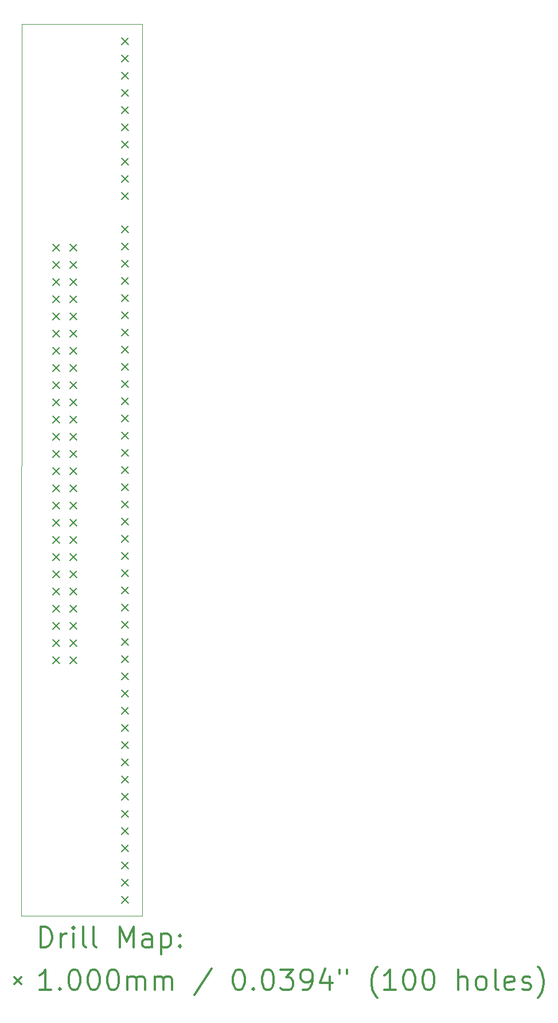
<source format=gbr>
%FSLAX45Y45*%
G04 Gerber Fmt 4.5, Leading zero omitted, Abs format (unit mm)*
G04 Created by KiCad (PCBNEW (5.1.10-1-10_14)) date 2021-11-01 16:25:49*
%MOMM*%
%LPD*%
G01*
G04 APERTURE LIST*
%TA.AperFunction,Profile*%
%ADD10C,0.050000*%
%TD*%
%ADD11C,0.200000*%
%ADD12C,0.300000*%
G04 APERTURE END LIST*
D10*
X10414000Y-15199360D02*
X10414000Y-2032000D01*
X8628380Y-15199360D02*
X10414000Y-15199360D01*
X8636000Y-2032000D02*
X8628380Y-15199360D01*
X10414000Y-2032000D02*
X8636000Y-2032000D01*
D11*
X9094000Y-5284000D02*
X9194000Y-5384000D01*
X9194000Y-5284000D02*
X9094000Y-5384000D01*
X9094000Y-5538000D02*
X9194000Y-5638000D01*
X9194000Y-5538000D02*
X9094000Y-5638000D01*
X9094000Y-5792000D02*
X9194000Y-5892000D01*
X9194000Y-5792000D02*
X9094000Y-5892000D01*
X9094000Y-6046000D02*
X9194000Y-6146000D01*
X9194000Y-6046000D02*
X9094000Y-6146000D01*
X9094000Y-6300000D02*
X9194000Y-6400000D01*
X9194000Y-6300000D02*
X9094000Y-6400000D01*
X9094000Y-6554000D02*
X9194000Y-6654000D01*
X9194000Y-6554000D02*
X9094000Y-6654000D01*
X9094000Y-6808000D02*
X9194000Y-6908000D01*
X9194000Y-6808000D02*
X9094000Y-6908000D01*
X9094000Y-7062000D02*
X9194000Y-7162000D01*
X9194000Y-7062000D02*
X9094000Y-7162000D01*
X9094000Y-7316000D02*
X9194000Y-7416000D01*
X9194000Y-7316000D02*
X9094000Y-7416000D01*
X9094000Y-7570000D02*
X9194000Y-7670000D01*
X9194000Y-7570000D02*
X9094000Y-7670000D01*
X9094000Y-7824000D02*
X9194000Y-7924000D01*
X9194000Y-7824000D02*
X9094000Y-7924000D01*
X9094000Y-8078000D02*
X9194000Y-8178000D01*
X9194000Y-8078000D02*
X9094000Y-8178000D01*
X9094000Y-8332000D02*
X9194000Y-8432000D01*
X9194000Y-8332000D02*
X9094000Y-8432000D01*
X9094000Y-8586000D02*
X9194000Y-8686000D01*
X9194000Y-8586000D02*
X9094000Y-8686000D01*
X9094000Y-8840000D02*
X9194000Y-8940000D01*
X9194000Y-8840000D02*
X9094000Y-8940000D01*
X9094000Y-9094000D02*
X9194000Y-9194000D01*
X9194000Y-9094000D02*
X9094000Y-9194000D01*
X9094000Y-9348000D02*
X9194000Y-9448000D01*
X9194000Y-9348000D02*
X9094000Y-9448000D01*
X9094000Y-9602000D02*
X9194000Y-9702000D01*
X9194000Y-9602000D02*
X9094000Y-9702000D01*
X9094000Y-9856000D02*
X9194000Y-9956000D01*
X9194000Y-9856000D02*
X9094000Y-9956000D01*
X9094000Y-10110000D02*
X9194000Y-10210000D01*
X9194000Y-10110000D02*
X9094000Y-10210000D01*
X9094000Y-10364000D02*
X9194000Y-10464000D01*
X9194000Y-10364000D02*
X9094000Y-10464000D01*
X9094000Y-10618000D02*
X9194000Y-10718000D01*
X9194000Y-10618000D02*
X9094000Y-10718000D01*
X9094000Y-10872000D02*
X9194000Y-10972000D01*
X9194000Y-10872000D02*
X9094000Y-10972000D01*
X9094000Y-11126000D02*
X9194000Y-11226000D01*
X9194000Y-11126000D02*
X9094000Y-11226000D01*
X9094000Y-11380000D02*
X9194000Y-11480000D01*
X9194000Y-11380000D02*
X9094000Y-11480000D01*
X9348000Y-5284000D02*
X9448000Y-5384000D01*
X9448000Y-5284000D02*
X9348000Y-5384000D01*
X9348000Y-5538000D02*
X9448000Y-5638000D01*
X9448000Y-5538000D02*
X9348000Y-5638000D01*
X9348000Y-5792000D02*
X9448000Y-5892000D01*
X9448000Y-5792000D02*
X9348000Y-5892000D01*
X9348000Y-6046000D02*
X9448000Y-6146000D01*
X9448000Y-6046000D02*
X9348000Y-6146000D01*
X9348000Y-6300000D02*
X9448000Y-6400000D01*
X9448000Y-6300000D02*
X9348000Y-6400000D01*
X9348000Y-6554000D02*
X9448000Y-6654000D01*
X9448000Y-6554000D02*
X9348000Y-6654000D01*
X9348000Y-6808000D02*
X9448000Y-6908000D01*
X9448000Y-6808000D02*
X9348000Y-6908000D01*
X9348000Y-7062000D02*
X9448000Y-7162000D01*
X9448000Y-7062000D02*
X9348000Y-7162000D01*
X9348000Y-7316000D02*
X9448000Y-7416000D01*
X9448000Y-7316000D02*
X9348000Y-7416000D01*
X9348000Y-7570000D02*
X9448000Y-7670000D01*
X9448000Y-7570000D02*
X9348000Y-7670000D01*
X9348000Y-7824000D02*
X9448000Y-7924000D01*
X9448000Y-7824000D02*
X9348000Y-7924000D01*
X9348000Y-8078000D02*
X9448000Y-8178000D01*
X9448000Y-8078000D02*
X9348000Y-8178000D01*
X9348000Y-8332000D02*
X9448000Y-8432000D01*
X9448000Y-8332000D02*
X9348000Y-8432000D01*
X9348000Y-8586000D02*
X9448000Y-8686000D01*
X9448000Y-8586000D02*
X9348000Y-8686000D01*
X9348000Y-8840000D02*
X9448000Y-8940000D01*
X9448000Y-8840000D02*
X9348000Y-8940000D01*
X9348000Y-9094000D02*
X9448000Y-9194000D01*
X9448000Y-9094000D02*
X9348000Y-9194000D01*
X9348000Y-9348000D02*
X9448000Y-9448000D01*
X9448000Y-9348000D02*
X9348000Y-9448000D01*
X9348000Y-9602000D02*
X9448000Y-9702000D01*
X9448000Y-9602000D02*
X9348000Y-9702000D01*
X9348000Y-9856000D02*
X9448000Y-9956000D01*
X9448000Y-9856000D02*
X9348000Y-9956000D01*
X9348000Y-10110000D02*
X9448000Y-10210000D01*
X9448000Y-10110000D02*
X9348000Y-10210000D01*
X9348000Y-10364000D02*
X9448000Y-10464000D01*
X9448000Y-10364000D02*
X9348000Y-10464000D01*
X9348000Y-10618000D02*
X9448000Y-10718000D01*
X9448000Y-10618000D02*
X9348000Y-10718000D01*
X9348000Y-10872000D02*
X9448000Y-10972000D01*
X9448000Y-10872000D02*
X9348000Y-10972000D01*
X9348000Y-11126000D02*
X9448000Y-11226000D01*
X9448000Y-11126000D02*
X9348000Y-11226000D01*
X9348000Y-11380000D02*
X9448000Y-11480000D01*
X9448000Y-11380000D02*
X9348000Y-11480000D01*
X10110000Y-2236000D02*
X10210000Y-2336000D01*
X10210000Y-2236000D02*
X10110000Y-2336000D01*
X10110000Y-2490000D02*
X10210000Y-2590000D01*
X10210000Y-2490000D02*
X10110000Y-2590000D01*
X10110000Y-2744000D02*
X10210000Y-2844000D01*
X10210000Y-2744000D02*
X10110000Y-2844000D01*
X10110000Y-2998000D02*
X10210000Y-3098000D01*
X10210000Y-2998000D02*
X10110000Y-3098000D01*
X10110000Y-3252000D02*
X10210000Y-3352000D01*
X10210000Y-3252000D02*
X10110000Y-3352000D01*
X10110000Y-3506000D02*
X10210000Y-3606000D01*
X10210000Y-3506000D02*
X10110000Y-3606000D01*
X10110000Y-3760000D02*
X10210000Y-3860000D01*
X10210000Y-3760000D02*
X10110000Y-3860000D01*
X10110000Y-4014000D02*
X10210000Y-4114000D01*
X10210000Y-4014000D02*
X10110000Y-4114000D01*
X10110000Y-4268000D02*
X10210000Y-4368000D01*
X10210000Y-4268000D02*
X10110000Y-4368000D01*
X10110000Y-4522000D02*
X10210000Y-4622000D01*
X10210000Y-4522000D02*
X10110000Y-4622000D01*
X10110000Y-5007600D02*
X10210000Y-5107600D01*
X10210000Y-5007600D02*
X10110000Y-5107600D01*
X10110000Y-5261600D02*
X10210000Y-5361600D01*
X10210000Y-5261600D02*
X10110000Y-5361600D01*
X10110000Y-5515600D02*
X10210000Y-5615600D01*
X10210000Y-5515600D02*
X10110000Y-5615600D01*
X10110000Y-5769600D02*
X10210000Y-5869600D01*
X10210000Y-5769600D02*
X10110000Y-5869600D01*
X10110000Y-6023600D02*
X10210000Y-6123600D01*
X10210000Y-6023600D02*
X10110000Y-6123600D01*
X10110000Y-6277600D02*
X10210000Y-6377600D01*
X10210000Y-6277600D02*
X10110000Y-6377600D01*
X10110000Y-6531600D02*
X10210000Y-6631600D01*
X10210000Y-6531600D02*
X10110000Y-6631600D01*
X10110000Y-6785600D02*
X10210000Y-6885600D01*
X10210000Y-6785600D02*
X10110000Y-6885600D01*
X10110000Y-7039600D02*
X10210000Y-7139600D01*
X10210000Y-7039600D02*
X10110000Y-7139600D01*
X10110000Y-7293600D02*
X10210000Y-7393600D01*
X10210000Y-7293600D02*
X10110000Y-7393600D01*
X10110000Y-7547600D02*
X10210000Y-7647600D01*
X10210000Y-7547600D02*
X10110000Y-7647600D01*
X10110000Y-7801600D02*
X10210000Y-7901600D01*
X10210000Y-7801600D02*
X10110000Y-7901600D01*
X10110000Y-8055600D02*
X10210000Y-8155600D01*
X10210000Y-8055600D02*
X10110000Y-8155600D01*
X10110000Y-8309600D02*
X10210000Y-8409600D01*
X10210000Y-8309600D02*
X10110000Y-8409600D01*
X10110000Y-8563600D02*
X10210000Y-8663600D01*
X10210000Y-8563600D02*
X10110000Y-8663600D01*
X10110000Y-8817600D02*
X10210000Y-8917600D01*
X10210000Y-8817600D02*
X10110000Y-8917600D01*
X10110000Y-9071600D02*
X10210000Y-9171600D01*
X10210000Y-9071600D02*
X10110000Y-9171600D01*
X10110000Y-9325600D02*
X10210000Y-9425600D01*
X10210000Y-9325600D02*
X10110000Y-9425600D01*
X10110000Y-9579600D02*
X10210000Y-9679600D01*
X10210000Y-9579600D02*
X10110000Y-9679600D01*
X10110000Y-9833600D02*
X10210000Y-9933600D01*
X10210000Y-9833600D02*
X10110000Y-9933600D01*
X10110000Y-10087600D02*
X10210000Y-10187600D01*
X10210000Y-10087600D02*
X10110000Y-10187600D01*
X10110000Y-10341600D02*
X10210000Y-10441600D01*
X10210000Y-10341600D02*
X10110000Y-10441600D01*
X10110000Y-10595600D02*
X10210000Y-10695600D01*
X10210000Y-10595600D02*
X10110000Y-10695600D01*
X10110000Y-10849600D02*
X10210000Y-10949600D01*
X10210000Y-10849600D02*
X10110000Y-10949600D01*
X10110000Y-11103600D02*
X10210000Y-11203600D01*
X10210000Y-11103600D02*
X10110000Y-11203600D01*
X10110000Y-11357600D02*
X10210000Y-11457600D01*
X10210000Y-11357600D02*
X10110000Y-11457600D01*
X10110000Y-11611600D02*
X10210000Y-11711600D01*
X10210000Y-11611600D02*
X10110000Y-11711600D01*
X10110000Y-11865600D02*
X10210000Y-11965600D01*
X10210000Y-11865600D02*
X10110000Y-11965600D01*
X10110000Y-12119600D02*
X10210000Y-12219600D01*
X10210000Y-12119600D02*
X10110000Y-12219600D01*
X10110000Y-12373600D02*
X10210000Y-12473600D01*
X10210000Y-12373600D02*
X10110000Y-12473600D01*
X10110000Y-12627600D02*
X10210000Y-12727600D01*
X10210000Y-12627600D02*
X10110000Y-12727600D01*
X10110000Y-12881600D02*
X10210000Y-12981600D01*
X10210000Y-12881600D02*
X10110000Y-12981600D01*
X10110000Y-13135600D02*
X10210000Y-13235600D01*
X10210000Y-13135600D02*
X10110000Y-13235600D01*
X10110000Y-13389600D02*
X10210000Y-13489600D01*
X10210000Y-13389600D02*
X10110000Y-13489600D01*
X10110000Y-13643600D02*
X10210000Y-13743600D01*
X10210000Y-13643600D02*
X10110000Y-13743600D01*
X10110000Y-13897600D02*
X10210000Y-13997600D01*
X10210000Y-13897600D02*
X10110000Y-13997600D01*
X10110000Y-14151600D02*
X10210000Y-14251600D01*
X10210000Y-14151600D02*
X10110000Y-14251600D01*
X10110000Y-14405600D02*
X10210000Y-14505600D01*
X10210000Y-14405600D02*
X10110000Y-14505600D01*
X10110000Y-14659600D02*
X10210000Y-14759600D01*
X10210000Y-14659600D02*
X10110000Y-14759600D01*
X10110000Y-14913600D02*
X10210000Y-15013600D01*
X10210000Y-14913600D02*
X10110000Y-15013600D01*
D12*
X8912308Y-15667574D02*
X8912308Y-15367574D01*
X8983737Y-15367574D01*
X9026594Y-15381860D01*
X9055166Y-15410431D01*
X9069451Y-15439003D01*
X9083737Y-15496146D01*
X9083737Y-15539003D01*
X9069451Y-15596146D01*
X9055166Y-15624717D01*
X9026594Y-15653289D01*
X8983737Y-15667574D01*
X8912308Y-15667574D01*
X9212308Y-15667574D02*
X9212308Y-15467574D01*
X9212308Y-15524717D02*
X9226594Y-15496146D01*
X9240880Y-15481860D01*
X9269451Y-15467574D01*
X9298023Y-15467574D01*
X9398023Y-15667574D02*
X9398023Y-15467574D01*
X9398023Y-15367574D02*
X9383737Y-15381860D01*
X9398023Y-15396146D01*
X9412308Y-15381860D01*
X9398023Y-15367574D01*
X9398023Y-15396146D01*
X9583737Y-15667574D02*
X9555166Y-15653289D01*
X9540880Y-15624717D01*
X9540880Y-15367574D01*
X9740880Y-15667574D02*
X9712308Y-15653289D01*
X9698023Y-15624717D01*
X9698023Y-15367574D01*
X10083737Y-15667574D02*
X10083737Y-15367574D01*
X10183737Y-15581860D01*
X10283737Y-15367574D01*
X10283737Y-15667574D01*
X10555166Y-15667574D02*
X10555166Y-15510431D01*
X10540880Y-15481860D01*
X10512308Y-15467574D01*
X10455166Y-15467574D01*
X10426594Y-15481860D01*
X10555166Y-15653289D02*
X10526594Y-15667574D01*
X10455166Y-15667574D01*
X10426594Y-15653289D01*
X10412308Y-15624717D01*
X10412308Y-15596146D01*
X10426594Y-15567574D01*
X10455166Y-15553289D01*
X10526594Y-15553289D01*
X10555166Y-15539003D01*
X10698023Y-15467574D02*
X10698023Y-15767574D01*
X10698023Y-15481860D02*
X10726594Y-15467574D01*
X10783737Y-15467574D01*
X10812308Y-15481860D01*
X10826594Y-15496146D01*
X10840880Y-15524717D01*
X10840880Y-15610431D01*
X10826594Y-15639003D01*
X10812308Y-15653289D01*
X10783737Y-15667574D01*
X10726594Y-15667574D01*
X10698023Y-15653289D01*
X10969451Y-15639003D02*
X10983737Y-15653289D01*
X10969451Y-15667574D01*
X10955166Y-15653289D01*
X10969451Y-15639003D01*
X10969451Y-15667574D01*
X10969451Y-15481860D02*
X10983737Y-15496146D01*
X10969451Y-15510431D01*
X10955166Y-15496146D01*
X10969451Y-15481860D01*
X10969451Y-15510431D01*
X8525880Y-16111860D02*
X8625880Y-16211860D01*
X8625880Y-16111860D02*
X8525880Y-16211860D01*
X9069451Y-16297574D02*
X8898023Y-16297574D01*
X8983737Y-16297574D02*
X8983737Y-15997574D01*
X8955166Y-16040431D01*
X8926594Y-16069003D01*
X8898023Y-16083289D01*
X9198023Y-16269003D02*
X9212308Y-16283289D01*
X9198023Y-16297574D01*
X9183737Y-16283289D01*
X9198023Y-16269003D01*
X9198023Y-16297574D01*
X9398023Y-15997574D02*
X9426594Y-15997574D01*
X9455166Y-16011860D01*
X9469451Y-16026146D01*
X9483737Y-16054717D01*
X9498023Y-16111860D01*
X9498023Y-16183289D01*
X9483737Y-16240431D01*
X9469451Y-16269003D01*
X9455166Y-16283289D01*
X9426594Y-16297574D01*
X9398023Y-16297574D01*
X9369451Y-16283289D01*
X9355166Y-16269003D01*
X9340880Y-16240431D01*
X9326594Y-16183289D01*
X9326594Y-16111860D01*
X9340880Y-16054717D01*
X9355166Y-16026146D01*
X9369451Y-16011860D01*
X9398023Y-15997574D01*
X9683737Y-15997574D02*
X9712308Y-15997574D01*
X9740880Y-16011860D01*
X9755166Y-16026146D01*
X9769451Y-16054717D01*
X9783737Y-16111860D01*
X9783737Y-16183289D01*
X9769451Y-16240431D01*
X9755166Y-16269003D01*
X9740880Y-16283289D01*
X9712308Y-16297574D01*
X9683737Y-16297574D01*
X9655166Y-16283289D01*
X9640880Y-16269003D01*
X9626594Y-16240431D01*
X9612308Y-16183289D01*
X9612308Y-16111860D01*
X9626594Y-16054717D01*
X9640880Y-16026146D01*
X9655166Y-16011860D01*
X9683737Y-15997574D01*
X9969451Y-15997574D02*
X9998023Y-15997574D01*
X10026594Y-16011860D01*
X10040880Y-16026146D01*
X10055166Y-16054717D01*
X10069451Y-16111860D01*
X10069451Y-16183289D01*
X10055166Y-16240431D01*
X10040880Y-16269003D01*
X10026594Y-16283289D01*
X9998023Y-16297574D01*
X9969451Y-16297574D01*
X9940880Y-16283289D01*
X9926594Y-16269003D01*
X9912308Y-16240431D01*
X9898023Y-16183289D01*
X9898023Y-16111860D01*
X9912308Y-16054717D01*
X9926594Y-16026146D01*
X9940880Y-16011860D01*
X9969451Y-15997574D01*
X10198023Y-16297574D02*
X10198023Y-16097574D01*
X10198023Y-16126146D02*
X10212308Y-16111860D01*
X10240880Y-16097574D01*
X10283737Y-16097574D01*
X10312308Y-16111860D01*
X10326594Y-16140431D01*
X10326594Y-16297574D01*
X10326594Y-16140431D02*
X10340880Y-16111860D01*
X10369451Y-16097574D01*
X10412308Y-16097574D01*
X10440880Y-16111860D01*
X10455166Y-16140431D01*
X10455166Y-16297574D01*
X10598023Y-16297574D02*
X10598023Y-16097574D01*
X10598023Y-16126146D02*
X10612308Y-16111860D01*
X10640880Y-16097574D01*
X10683737Y-16097574D01*
X10712308Y-16111860D01*
X10726594Y-16140431D01*
X10726594Y-16297574D01*
X10726594Y-16140431D02*
X10740880Y-16111860D01*
X10769451Y-16097574D01*
X10812308Y-16097574D01*
X10840880Y-16111860D01*
X10855166Y-16140431D01*
X10855166Y-16297574D01*
X11440880Y-15983289D02*
X11183737Y-16369003D01*
X11826594Y-15997574D02*
X11855166Y-15997574D01*
X11883737Y-16011860D01*
X11898023Y-16026146D01*
X11912308Y-16054717D01*
X11926594Y-16111860D01*
X11926594Y-16183289D01*
X11912308Y-16240431D01*
X11898023Y-16269003D01*
X11883737Y-16283289D01*
X11855166Y-16297574D01*
X11826594Y-16297574D01*
X11798023Y-16283289D01*
X11783737Y-16269003D01*
X11769451Y-16240431D01*
X11755166Y-16183289D01*
X11755166Y-16111860D01*
X11769451Y-16054717D01*
X11783737Y-16026146D01*
X11798023Y-16011860D01*
X11826594Y-15997574D01*
X12055166Y-16269003D02*
X12069451Y-16283289D01*
X12055166Y-16297574D01*
X12040880Y-16283289D01*
X12055166Y-16269003D01*
X12055166Y-16297574D01*
X12255166Y-15997574D02*
X12283737Y-15997574D01*
X12312308Y-16011860D01*
X12326594Y-16026146D01*
X12340880Y-16054717D01*
X12355166Y-16111860D01*
X12355166Y-16183289D01*
X12340880Y-16240431D01*
X12326594Y-16269003D01*
X12312308Y-16283289D01*
X12283737Y-16297574D01*
X12255166Y-16297574D01*
X12226594Y-16283289D01*
X12212308Y-16269003D01*
X12198023Y-16240431D01*
X12183737Y-16183289D01*
X12183737Y-16111860D01*
X12198023Y-16054717D01*
X12212308Y-16026146D01*
X12226594Y-16011860D01*
X12255166Y-15997574D01*
X12455166Y-15997574D02*
X12640880Y-15997574D01*
X12540880Y-16111860D01*
X12583737Y-16111860D01*
X12612308Y-16126146D01*
X12626594Y-16140431D01*
X12640880Y-16169003D01*
X12640880Y-16240431D01*
X12626594Y-16269003D01*
X12612308Y-16283289D01*
X12583737Y-16297574D01*
X12498023Y-16297574D01*
X12469451Y-16283289D01*
X12455166Y-16269003D01*
X12783737Y-16297574D02*
X12840880Y-16297574D01*
X12869451Y-16283289D01*
X12883737Y-16269003D01*
X12912308Y-16226146D01*
X12926594Y-16169003D01*
X12926594Y-16054717D01*
X12912308Y-16026146D01*
X12898023Y-16011860D01*
X12869451Y-15997574D01*
X12812308Y-15997574D01*
X12783737Y-16011860D01*
X12769451Y-16026146D01*
X12755166Y-16054717D01*
X12755166Y-16126146D01*
X12769451Y-16154717D01*
X12783737Y-16169003D01*
X12812308Y-16183289D01*
X12869451Y-16183289D01*
X12898023Y-16169003D01*
X12912308Y-16154717D01*
X12926594Y-16126146D01*
X13183737Y-16097574D02*
X13183737Y-16297574D01*
X13112308Y-15983289D02*
X13040880Y-16197574D01*
X13226594Y-16197574D01*
X13326594Y-15997574D02*
X13326594Y-16054717D01*
X13440880Y-15997574D02*
X13440880Y-16054717D01*
X13883737Y-16411860D02*
X13869451Y-16397574D01*
X13840880Y-16354717D01*
X13826594Y-16326146D01*
X13812308Y-16283289D01*
X13798023Y-16211860D01*
X13798023Y-16154717D01*
X13812308Y-16083289D01*
X13826594Y-16040431D01*
X13840880Y-16011860D01*
X13869451Y-15969003D01*
X13883737Y-15954717D01*
X14155166Y-16297574D02*
X13983737Y-16297574D01*
X14069451Y-16297574D02*
X14069451Y-15997574D01*
X14040880Y-16040431D01*
X14012308Y-16069003D01*
X13983737Y-16083289D01*
X14340880Y-15997574D02*
X14369451Y-15997574D01*
X14398023Y-16011860D01*
X14412308Y-16026146D01*
X14426594Y-16054717D01*
X14440880Y-16111860D01*
X14440880Y-16183289D01*
X14426594Y-16240431D01*
X14412308Y-16269003D01*
X14398023Y-16283289D01*
X14369451Y-16297574D01*
X14340880Y-16297574D01*
X14312308Y-16283289D01*
X14298023Y-16269003D01*
X14283737Y-16240431D01*
X14269451Y-16183289D01*
X14269451Y-16111860D01*
X14283737Y-16054717D01*
X14298023Y-16026146D01*
X14312308Y-16011860D01*
X14340880Y-15997574D01*
X14626594Y-15997574D02*
X14655166Y-15997574D01*
X14683737Y-16011860D01*
X14698023Y-16026146D01*
X14712308Y-16054717D01*
X14726594Y-16111860D01*
X14726594Y-16183289D01*
X14712308Y-16240431D01*
X14698023Y-16269003D01*
X14683737Y-16283289D01*
X14655166Y-16297574D01*
X14626594Y-16297574D01*
X14598023Y-16283289D01*
X14583737Y-16269003D01*
X14569451Y-16240431D01*
X14555166Y-16183289D01*
X14555166Y-16111860D01*
X14569451Y-16054717D01*
X14583737Y-16026146D01*
X14598023Y-16011860D01*
X14626594Y-15997574D01*
X15083737Y-16297574D02*
X15083737Y-15997574D01*
X15212308Y-16297574D02*
X15212308Y-16140431D01*
X15198023Y-16111860D01*
X15169451Y-16097574D01*
X15126594Y-16097574D01*
X15098023Y-16111860D01*
X15083737Y-16126146D01*
X15398023Y-16297574D02*
X15369451Y-16283289D01*
X15355166Y-16269003D01*
X15340880Y-16240431D01*
X15340880Y-16154717D01*
X15355166Y-16126146D01*
X15369451Y-16111860D01*
X15398023Y-16097574D01*
X15440880Y-16097574D01*
X15469451Y-16111860D01*
X15483737Y-16126146D01*
X15498023Y-16154717D01*
X15498023Y-16240431D01*
X15483737Y-16269003D01*
X15469451Y-16283289D01*
X15440880Y-16297574D01*
X15398023Y-16297574D01*
X15669451Y-16297574D02*
X15640880Y-16283289D01*
X15626594Y-16254717D01*
X15626594Y-15997574D01*
X15898023Y-16283289D02*
X15869451Y-16297574D01*
X15812308Y-16297574D01*
X15783737Y-16283289D01*
X15769451Y-16254717D01*
X15769451Y-16140431D01*
X15783737Y-16111860D01*
X15812308Y-16097574D01*
X15869451Y-16097574D01*
X15898023Y-16111860D01*
X15912308Y-16140431D01*
X15912308Y-16169003D01*
X15769451Y-16197574D01*
X16026594Y-16283289D02*
X16055166Y-16297574D01*
X16112308Y-16297574D01*
X16140880Y-16283289D01*
X16155166Y-16254717D01*
X16155166Y-16240431D01*
X16140880Y-16211860D01*
X16112308Y-16197574D01*
X16069451Y-16197574D01*
X16040880Y-16183289D01*
X16026594Y-16154717D01*
X16026594Y-16140431D01*
X16040880Y-16111860D01*
X16069451Y-16097574D01*
X16112308Y-16097574D01*
X16140880Y-16111860D01*
X16255166Y-16411860D02*
X16269451Y-16397574D01*
X16298023Y-16354717D01*
X16312308Y-16326146D01*
X16326594Y-16283289D01*
X16340880Y-16211860D01*
X16340880Y-16154717D01*
X16326594Y-16083289D01*
X16312308Y-16040431D01*
X16298023Y-16011860D01*
X16269451Y-15969003D01*
X16255166Y-15954717D01*
M02*

</source>
